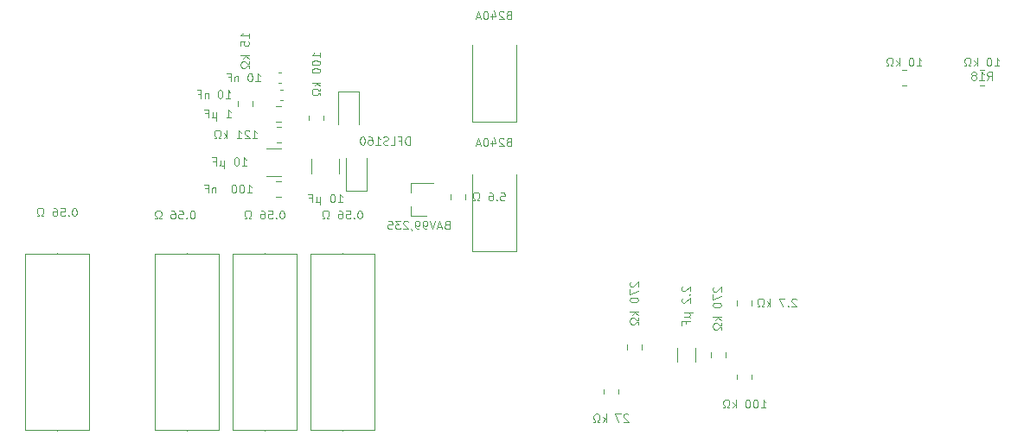
<source format=gbr>
%TF.GenerationSoftware,KiCad,Pcbnew,(5.1.9)-1*%
%TF.CreationDate,2022-12-04T20:34:53-06:00*%
%TF.ProjectId,Battery_Charger_V1,42617474-6572-4795-9f43-686172676572,rev?*%
%TF.SameCoordinates,Original*%
%TF.FileFunction,Legend,Bot*%
%TF.FilePolarity,Positive*%
%FSLAX46Y46*%
G04 Gerber Fmt 4.6, Leading zero omitted, Abs format (unit mm)*
G04 Created by KiCad (PCBNEW (5.1.9)-1) date 2022-12-04 20:34:53*
%MOMM*%
%LPD*%
G01*
G04 APERTURE LIST*
%ADD10C,0.120000*%
%ADD11C,0.100000*%
G04 APERTURE END LIST*
D10*
%TO.C,C1*%
X115462267Y-96645000D02*
X115169733Y-96645000D01*
X115462267Y-97665000D02*
X115169733Y-97665000D01*
%TO.C,C2*%
X115335267Y-94994000D02*
X115042733Y-94994000D01*
X115335267Y-96014000D02*
X115042733Y-96014000D01*
%TO.C,C4*%
X115323252Y-105691000D02*
X114800748Y-105691000D01*
X115323252Y-107161000D02*
X114800748Y-107161000D01*
%TO.C,C8*%
X115323252Y-98325000D02*
X114800748Y-98325000D01*
X115323252Y-99795000D02*
X114800748Y-99795000D01*
%TO.C,C16*%
X154030000Y-121970748D02*
X154030000Y-123393252D01*
X155850000Y-121970748D02*
X155850000Y-123393252D01*
%TO.C,C20*%
X113842748Y-102399000D02*
X115265252Y-102399000D01*
X113842748Y-105119000D02*
X115265252Y-105119000D01*
%TO.C,C21*%
X118274000Y-103467248D02*
X118274000Y-104889752D01*
X120994000Y-103467248D02*
X120994000Y-104889752D01*
%TO.C,D3*%
X122920000Y-96860000D02*
X120920000Y-96860000D01*
X122920000Y-96860000D02*
X122920000Y-100060000D01*
X120920000Y-100060000D02*
X120920000Y-96860000D01*
%TO.C,D4*%
X123682000Y-103394000D02*
X123682000Y-106594000D01*
X121682000Y-106594000D02*
X121682000Y-103394000D01*
X121682000Y-106594000D02*
X123682000Y-106594000D01*
%TO.C,D5*%
X138294000Y-99846000D02*
X138294000Y-92296000D01*
X133994000Y-99846000D02*
X133994000Y-92296000D01*
X138294000Y-99846000D02*
X133994000Y-99846000D01*
%TO.C,D7*%
X138294000Y-112546000D02*
X133994000Y-112546000D01*
X133994000Y-112546000D02*
X133994000Y-104996000D01*
X138294000Y-112546000D02*
X138294000Y-104996000D01*
%TO.C,D9*%
X128018000Y-109022000D02*
X128018000Y-108092000D01*
X128018000Y-105862000D02*
X128018000Y-106792000D01*
X128018000Y-105862000D02*
X130178000Y-105862000D01*
X128018000Y-109022000D02*
X129478000Y-109022000D01*
%TO.C,R7*%
X131853000Y-107399064D02*
X131853000Y-106944936D01*
X133323000Y-107399064D02*
X133323000Y-106944936D01*
%TO.C,R16*%
X161390000Y-117374936D02*
X161390000Y-117829064D01*
X159920000Y-117374936D02*
X159920000Y-117829064D01*
%TO.C,R17*%
X176503064Y-96239000D02*
X176048936Y-96239000D01*
X176503064Y-94769000D02*
X176048936Y-94769000D01*
%TO.C,R18*%
X183668936Y-96239000D02*
X184123064Y-96239000D01*
X183668936Y-94769000D02*
X184123064Y-94769000D01*
%TO.C,R19*%
X112495000Y-98271064D02*
X112495000Y-97816936D01*
X111025000Y-98271064D02*
X111025000Y-97816936D01*
%TO.C,R28*%
X148309000Y-126026936D02*
X148309000Y-126481064D01*
X146839000Y-126026936D02*
X146839000Y-126481064D01*
%TO.C,R32*%
X119480000Y-99229936D02*
X119480000Y-99684064D01*
X118010000Y-99229936D02*
X118010000Y-99684064D01*
%TO.C,R33*%
X159920000Y-124629936D02*
X159920000Y-125084064D01*
X161390000Y-124629936D02*
X161390000Y-125084064D01*
%TO.C,R34*%
X114834936Y-101827000D02*
X115289064Y-101827000D01*
X114834936Y-100357000D02*
X115289064Y-100357000D01*
%TO.C,R35*%
X150595000Y-122147064D02*
X150595000Y-121692936D01*
X149125000Y-122147064D02*
X149125000Y-121692936D01*
%TO.C,R36*%
X158850000Y-122454936D02*
X158850000Y-122909064D01*
X157380000Y-122454936D02*
X157380000Y-122909064D01*
%TO.C,R3*%
X124405000Y-130032000D02*
X118165000Y-130032000D01*
X118165000Y-130032000D02*
X118165000Y-112792000D01*
X118165000Y-112792000D02*
X124405000Y-112792000D01*
X124405000Y-112792000D02*
X124405000Y-130032000D01*
X121285000Y-130132000D02*
X121285000Y-130032000D01*
X121285000Y-112692000D02*
X121285000Y-112792000D01*
%TO.C,R4*%
X116785000Y-130032000D02*
X110545000Y-130032000D01*
X110545000Y-130032000D02*
X110545000Y-112792000D01*
X110545000Y-112792000D02*
X116785000Y-112792000D01*
X116785000Y-112792000D02*
X116785000Y-130032000D01*
X113665000Y-130132000D02*
X113665000Y-130032000D01*
X113665000Y-112692000D02*
X113665000Y-112792000D01*
%TO.C,R5*%
X106045000Y-112692000D02*
X106045000Y-112792000D01*
X106045000Y-130132000D02*
X106045000Y-130032000D01*
X109165000Y-112792000D02*
X109165000Y-130032000D01*
X102925000Y-112792000D02*
X109165000Y-112792000D01*
X102925000Y-130032000D02*
X102925000Y-112792000D01*
X109165000Y-130032000D02*
X102925000Y-130032000D01*
%TO.C,R6*%
X93345000Y-112692000D02*
X93345000Y-112792000D01*
X93345000Y-130132000D02*
X93345000Y-130032000D01*
X96465000Y-112792000D02*
X96465000Y-130032000D01*
X90225000Y-112792000D02*
X96465000Y-112792000D01*
X90225000Y-130032000D02*
X90225000Y-112792000D01*
X96465000Y-130032000D02*
X90225000Y-130032000D01*
%TO.C,C1*%
D11*
X109873904Y-97516904D02*
X110331047Y-97516904D01*
X110102476Y-97516904D02*
X110102476Y-96716904D01*
X110178666Y-96831190D01*
X110254857Y-96907380D01*
X110331047Y-96945476D01*
X109378666Y-96716904D02*
X109302476Y-96716904D01*
X109226285Y-96755000D01*
X109188190Y-96793095D01*
X109150095Y-96869285D01*
X109112000Y-97021666D01*
X109112000Y-97212142D01*
X109150095Y-97364523D01*
X109188190Y-97440714D01*
X109226285Y-97478809D01*
X109302476Y-97516904D01*
X109378666Y-97516904D01*
X109454857Y-97478809D01*
X109492952Y-97440714D01*
X109531047Y-97364523D01*
X109569142Y-97212142D01*
X109569142Y-97021666D01*
X109531047Y-96869285D01*
X109492952Y-96793095D01*
X109454857Y-96755000D01*
X109378666Y-96716904D01*
X108159619Y-96983571D02*
X108159619Y-97516904D01*
X108159619Y-97059761D02*
X108121523Y-97021666D01*
X108045333Y-96983571D01*
X107931047Y-96983571D01*
X107854857Y-97021666D01*
X107816761Y-97097857D01*
X107816761Y-97516904D01*
X107169142Y-97097857D02*
X107435809Y-97097857D01*
X107435809Y-97516904D02*
X107435809Y-96716904D01*
X107054857Y-96716904D01*
%TO.C,C2*%
X112794904Y-95865904D02*
X113252047Y-95865904D01*
X113023476Y-95865904D02*
X113023476Y-95065904D01*
X113099666Y-95180190D01*
X113175857Y-95256380D01*
X113252047Y-95294476D01*
X112299666Y-95065904D02*
X112223476Y-95065904D01*
X112147285Y-95104000D01*
X112109190Y-95142095D01*
X112071095Y-95218285D01*
X112033000Y-95370666D01*
X112033000Y-95561142D01*
X112071095Y-95713523D01*
X112109190Y-95789714D01*
X112147285Y-95827809D01*
X112223476Y-95865904D01*
X112299666Y-95865904D01*
X112375857Y-95827809D01*
X112413952Y-95789714D01*
X112452047Y-95713523D01*
X112490142Y-95561142D01*
X112490142Y-95370666D01*
X112452047Y-95218285D01*
X112413952Y-95142095D01*
X112375857Y-95104000D01*
X112299666Y-95065904D01*
X111080619Y-95332571D02*
X111080619Y-95865904D01*
X111080619Y-95408761D02*
X111042523Y-95370666D01*
X110966333Y-95332571D01*
X110852047Y-95332571D01*
X110775857Y-95370666D01*
X110737761Y-95446857D01*
X110737761Y-95865904D01*
X110090142Y-95446857D02*
X110356809Y-95446857D01*
X110356809Y-95865904D02*
X110356809Y-95065904D01*
X109975857Y-95065904D01*
%TO.C,C4*%
X111956619Y-106787904D02*
X112413761Y-106787904D01*
X112185190Y-106787904D02*
X112185190Y-105987904D01*
X112261380Y-106102190D01*
X112337571Y-106178380D01*
X112413761Y-106216476D01*
X111461380Y-105987904D02*
X111385190Y-105987904D01*
X111309000Y-106026000D01*
X111270904Y-106064095D01*
X111232809Y-106140285D01*
X111194714Y-106292666D01*
X111194714Y-106483142D01*
X111232809Y-106635523D01*
X111270904Y-106711714D01*
X111309000Y-106749809D01*
X111385190Y-106787904D01*
X111461380Y-106787904D01*
X111537571Y-106749809D01*
X111575666Y-106711714D01*
X111613761Y-106635523D01*
X111651857Y-106483142D01*
X111651857Y-106292666D01*
X111613761Y-106140285D01*
X111575666Y-106064095D01*
X111537571Y-106026000D01*
X111461380Y-105987904D01*
X110699476Y-105987904D02*
X110623285Y-105987904D01*
X110547095Y-106026000D01*
X110509000Y-106064095D01*
X110470904Y-106140285D01*
X110432809Y-106292666D01*
X110432809Y-106483142D01*
X110470904Y-106635523D01*
X110509000Y-106711714D01*
X110547095Y-106749809D01*
X110623285Y-106787904D01*
X110699476Y-106787904D01*
X110775666Y-106749809D01*
X110813761Y-106711714D01*
X110851857Y-106635523D01*
X110889952Y-106483142D01*
X110889952Y-106292666D01*
X110851857Y-106140285D01*
X110813761Y-106064095D01*
X110775666Y-106026000D01*
X110699476Y-105987904D01*
X108870904Y-106254571D02*
X108870904Y-106787904D01*
X108870904Y-106330761D02*
X108832809Y-106292666D01*
X108756619Y-106254571D01*
X108642333Y-106254571D01*
X108566142Y-106292666D01*
X108528047Y-106368857D01*
X108528047Y-106787904D01*
X107880428Y-106368857D02*
X108147095Y-106368857D01*
X108147095Y-106787904D02*
X108147095Y-105987904D01*
X107766142Y-105987904D01*
%TO.C,C8*%
X109931095Y-99421904D02*
X110388238Y-99421904D01*
X110159666Y-99421904D02*
X110159666Y-98621904D01*
X110235857Y-98736190D01*
X110312047Y-98812380D01*
X110388238Y-98850476D01*
X108978714Y-98888571D02*
X108978714Y-99688571D01*
X108597761Y-99307619D02*
X108559666Y-99383809D01*
X108483476Y-99421904D01*
X108978714Y-99307619D02*
X108940619Y-99383809D01*
X108864428Y-99421904D01*
X108712047Y-99421904D01*
X108635857Y-99383809D01*
X108597761Y-99307619D01*
X108597761Y-98888571D01*
X107873952Y-99002857D02*
X108140619Y-99002857D01*
X108140619Y-99421904D02*
X108140619Y-98621904D01*
X107759666Y-98621904D01*
%TO.C,C16*%
X154578095Y-115989333D02*
X154540000Y-116027428D01*
X154501904Y-116103619D01*
X154501904Y-116294095D01*
X154540000Y-116370285D01*
X154578095Y-116408380D01*
X154654285Y-116446476D01*
X154730476Y-116446476D01*
X154844761Y-116408380D01*
X155301904Y-115951238D01*
X155301904Y-116446476D01*
X155225714Y-116789333D02*
X155263809Y-116827428D01*
X155301904Y-116789333D01*
X155263809Y-116751238D01*
X155225714Y-116789333D01*
X155301904Y-116789333D01*
X154578095Y-117132190D02*
X154540000Y-117170285D01*
X154501904Y-117246476D01*
X154501904Y-117436952D01*
X154540000Y-117513142D01*
X154578095Y-117551238D01*
X154654285Y-117589333D01*
X154730476Y-117589333D01*
X154844761Y-117551238D01*
X155301904Y-117094095D01*
X155301904Y-117589333D01*
X154768571Y-118541714D02*
X155568571Y-118541714D01*
X155187619Y-118922666D02*
X155263809Y-118960761D01*
X155301904Y-119036952D01*
X155187619Y-118541714D02*
X155263809Y-118579809D01*
X155301904Y-118656000D01*
X155301904Y-118808380D01*
X155263809Y-118884571D01*
X155187619Y-118922666D01*
X154768571Y-118922666D01*
X154882857Y-119646476D02*
X154882857Y-119379809D01*
X155301904Y-119379809D02*
X154501904Y-119379809D01*
X154501904Y-119760761D01*
%TO.C,C20*%
X111455047Y-104120904D02*
X111912190Y-104120904D01*
X111683619Y-104120904D02*
X111683619Y-103320904D01*
X111759809Y-103435190D01*
X111836000Y-103511380D01*
X111912190Y-103549476D01*
X110959809Y-103320904D02*
X110883619Y-103320904D01*
X110807428Y-103359000D01*
X110769333Y-103397095D01*
X110731238Y-103473285D01*
X110693142Y-103625666D01*
X110693142Y-103816142D01*
X110731238Y-103968523D01*
X110769333Y-104044714D01*
X110807428Y-104082809D01*
X110883619Y-104120904D01*
X110959809Y-104120904D01*
X111036000Y-104082809D01*
X111074095Y-104044714D01*
X111112190Y-103968523D01*
X111150285Y-103816142D01*
X111150285Y-103625666D01*
X111112190Y-103473285D01*
X111074095Y-103397095D01*
X111036000Y-103359000D01*
X110959809Y-103320904D01*
X109740761Y-103587571D02*
X109740761Y-104387571D01*
X109359809Y-104006619D02*
X109321714Y-104082809D01*
X109245523Y-104120904D01*
X109740761Y-104006619D02*
X109702666Y-104082809D01*
X109626476Y-104120904D01*
X109474095Y-104120904D01*
X109397904Y-104082809D01*
X109359809Y-104006619D01*
X109359809Y-103587571D01*
X108636000Y-103701857D02*
X108902666Y-103701857D01*
X108902666Y-104120904D02*
X108902666Y-103320904D01*
X108521714Y-103320904D01*
%TO.C,C21*%
X120853047Y-107715404D02*
X121310190Y-107715404D01*
X121081619Y-107715404D02*
X121081619Y-106915404D01*
X121157809Y-107029690D01*
X121234000Y-107105880D01*
X121310190Y-107143976D01*
X120357809Y-106915404D02*
X120281619Y-106915404D01*
X120205428Y-106953500D01*
X120167333Y-106991595D01*
X120129238Y-107067785D01*
X120091142Y-107220166D01*
X120091142Y-107410642D01*
X120129238Y-107563023D01*
X120167333Y-107639214D01*
X120205428Y-107677309D01*
X120281619Y-107715404D01*
X120357809Y-107715404D01*
X120434000Y-107677309D01*
X120472095Y-107639214D01*
X120510190Y-107563023D01*
X120548285Y-107410642D01*
X120548285Y-107220166D01*
X120510190Y-107067785D01*
X120472095Y-106991595D01*
X120434000Y-106953500D01*
X120357809Y-106915404D01*
X119138761Y-107182071D02*
X119138761Y-107982071D01*
X118757809Y-107601119D02*
X118719714Y-107677309D01*
X118643523Y-107715404D01*
X119138761Y-107601119D02*
X119100666Y-107677309D01*
X119024476Y-107715404D01*
X118872095Y-107715404D01*
X118795904Y-107677309D01*
X118757809Y-107601119D01*
X118757809Y-107182071D01*
X118034000Y-107296357D02*
X118300666Y-107296357D01*
X118300666Y-107715404D02*
X118300666Y-106915404D01*
X117919714Y-106915404D01*
%TO.C,D3*%
X127876000Y-102088904D02*
X127876000Y-101288904D01*
X127685523Y-101288904D01*
X127571238Y-101327000D01*
X127495047Y-101403190D01*
X127456952Y-101479380D01*
X127418857Y-101631761D01*
X127418857Y-101746047D01*
X127456952Y-101898428D01*
X127495047Y-101974619D01*
X127571238Y-102050809D01*
X127685523Y-102088904D01*
X127876000Y-102088904D01*
X126809333Y-101669857D02*
X127076000Y-101669857D01*
X127076000Y-102088904D02*
X127076000Y-101288904D01*
X126695047Y-101288904D01*
X126009333Y-102088904D02*
X126390285Y-102088904D01*
X126390285Y-101288904D01*
X125780761Y-102050809D02*
X125666476Y-102088904D01*
X125476000Y-102088904D01*
X125399809Y-102050809D01*
X125361714Y-102012714D01*
X125323619Y-101936523D01*
X125323619Y-101860333D01*
X125361714Y-101784142D01*
X125399809Y-101746047D01*
X125476000Y-101707952D01*
X125628380Y-101669857D01*
X125704571Y-101631761D01*
X125742666Y-101593666D01*
X125780761Y-101517476D01*
X125780761Y-101441285D01*
X125742666Y-101365095D01*
X125704571Y-101327000D01*
X125628380Y-101288904D01*
X125437904Y-101288904D01*
X125323619Y-101327000D01*
X124561714Y-102088904D02*
X125018857Y-102088904D01*
X124790285Y-102088904D02*
X124790285Y-101288904D01*
X124866476Y-101403190D01*
X124942666Y-101479380D01*
X125018857Y-101517476D01*
X123876000Y-101288904D02*
X124028380Y-101288904D01*
X124104571Y-101327000D01*
X124142666Y-101365095D01*
X124218857Y-101479380D01*
X124256952Y-101631761D01*
X124256952Y-101936523D01*
X124218857Y-102012714D01*
X124180761Y-102050809D01*
X124104571Y-102088904D01*
X123952190Y-102088904D01*
X123876000Y-102050809D01*
X123837904Y-102012714D01*
X123799809Y-101936523D01*
X123799809Y-101746047D01*
X123837904Y-101669857D01*
X123876000Y-101631761D01*
X123952190Y-101593666D01*
X124104571Y-101593666D01*
X124180761Y-101631761D01*
X124218857Y-101669857D01*
X124256952Y-101746047D01*
X123304571Y-101288904D02*
X123228380Y-101288904D01*
X123152190Y-101327000D01*
X123114095Y-101365095D01*
X123076000Y-101441285D01*
X123037904Y-101593666D01*
X123037904Y-101784142D01*
X123076000Y-101936523D01*
X123114095Y-102012714D01*
X123152190Y-102050809D01*
X123228380Y-102088904D01*
X123304571Y-102088904D01*
X123380761Y-102050809D01*
X123418857Y-102012714D01*
X123456952Y-101936523D01*
X123495047Y-101784142D01*
X123495047Y-101593666D01*
X123456952Y-101441285D01*
X123418857Y-101365095D01*
X123380761Y-101327000D01*
X123304571Y-101288904D01*
%TO.C,D4*%
X127876000Y-102088904D02*
X127876000Y-101288904D01*
X127685523Y-101288904D01*
X127571238Y-101327000D01*
X127495047Y-101403190D01*
X127456952Y-101479380D01*
X127418857Y-101631761D01*
X127418857Y-101746047D01*
X127456952Y-101898428D01*
X127495047Y-101974619D01*
X127571238Y-102050809D01*
X127685523Y-102088904D01*
X127876000Y-102088904D01*
X126809333Y-101669857D02*
X127076000Y-101669857D01*
X127076000Y-102088904D02*
X127076000Y-101288904D01*
X126695047Y-101288904D01*
X126009333Y-102088904D02*
X126390285Y-102088904D01*
X126390285Y-101288904D01*
X125780761Y-102050809D02*
X125666476Y-102088904D01*
X125476000Y-102088904D01*
X125399809Y-102050809D01*
X125361714Y-102012714D01*
X125323619Y-101936523D01*
X125323619Y-101860333D01*
X125361714Y-101784142D01*
X125399809Y-101746047D01*
X125476000Y-101707952D01*
X125628380Y-101669857D01*
X125704571Y-101631761D01*
X125742666Y-101593666D01*
X125780761Y-101517476D01*
X125780761Y-101441285D01*
X125742666Y-101365095D01*
X125704571Y-101327000D01*
X125628380Y-101288904D01*
X125437904Y-101288904D01*
X125323619Y-101327000D01*
X124561714Y-102088904D02*
X125018857Y-102088904D01*
X124790285Y-102088904D02*
X124790285Y-101288904D01*
X124866476Y-101403190D01*
X124942666Y-101479380D01*
X125018857Y-101517476D01*
X123876000Y-101288904D02*
X124028380Y-101288904D01*
X124104571Y-101327000D01*
X124142666Y-101365095D01*
X124218857Y-101479380D01*
X124256952Y-101631761D01*
X124256952Y-101936523D01*
X124218857Y-102012714D01*
X124180761Y-102050809D01*
X124104571Y-102088904D01*
X123952190Y-102088904D01*
X123876000Y-102050809D01*
X123837904Y-102012714D01*
X123799809Y-101936523D01*
X123799809Y-101746047D01*
X123837904Y-101669857D01*
X123876000Y-101631761D01*
X123952190Y-101593666D01*
X124104571Y-101593666D01*
X124180761Y-101631761D01*
X124218857Y-101669857D01*
X124256952Y-101746047D01*
X123304571Y-101288904D02*
X123228380Y-101288904D01*
X123152190Y-101327000D01*
X123114095Y-101365095D01*
X123076000Y-101441285D01*
X123037904Y-101593666D01*
X123037904Y-101784142D01*
X123076000Y-101936523D01*
X123114095Y-102012714D01*
X123152190Y-102050809D01*
X123228380Y-102088904D01*
X123304571Y-102088904D01*
X123380761Y-102050809D01*
X123418857Y-102012714D01*
X123456952Y-101936523D01*
X123495047Y-101784142D01*
X123495047Y-101593666D01*
X123456952Y-101441285D01*
X123418857Y-101365095D01*
X123380761Y-101327000D01*
X123304571Y-101288904D01*
%TO.C,D5*%
X137572571Y-89350857D02*
X137458285Y-89388952D01*
X137420190Y-89427047D01*
X137382095Y-89503238D01*
X137382095Y-89617523D01*
X137420190Y-89693714D01*
X137458285Y-89731809D01*
X137534476Y-89769904D01*
X137839238Y-89769904D01*
X137839238Y-88969904D01*
X137572571Y-88969904D01*
X137496380Y-89008000D01*
X137458285Y-89046095D01*
X137420190Y-89122285D01*
X137420190Y-89198476D01*
X137458285Y-89274666D01*
X137496380Y-89312761D01*
X137572571Y-89350857D01*
X137839238Y-89350857D01*
X137077333Y-89046095D02*
X137039238Y-89008000D01*
X136963047Y-88969904D01*
X136772571Y-88969904D01*
X136696380Y-89008000D01*
X136658285Y-89046095D01*
X136620190Y-89122285D01*
X136620190Y-89198476D01*
X136658285Y-89312761D01*
X137115428Y-89769904D01*
X136620190Y-89769904D01*
X135934476Y-89236571D02*
X135934476Y-89769904D01*
X136124952Y-88931809D02*
X136315428Y-89503238D01*
X135820190Y-89503238D01*
X135363047Y-88969904D02*
X135286857Y-88969904D01*
X135210666Y-89008000D01*
X135172571Y-89046095D01*
X135134476Y-89122285D01*
X135096380Y-89274666D01*
X135096380Y-89465142D01*
X135134476Y-89617523D01*
X135172571Y-89693714D01*
X135210666Y-89731809D01*
X135286857Y-89769904D01*
X135363047Y-89769904D01*
X135439238Y-89731809D01*
X135477333Y-89693714D01*
X135515428Y-89617523D01*
X135553523Y-89465142D01*
X135553523Y-89274666D01*
X135515428Y-89122285D01*
X135477333Y-89046095D01*
X135439238Y-89008000D01*
X135363047Y-88969904D01*
X134791619Y-89541333D02*
X134410666Y-89541333D01*
X134867809Y-89769904D02*
X134601142Y-88969904D01*
X134334476Y-89769904D01*
%TO.C,D7*%
X137572571Y-101796857D02*
X137458285Y-101834952D01*
X137420190Y-101873047D01*
X137382095Y-101949238D01*
X137382095Y-102063523D01*
X137420190Y-102139714D01*
X137458285Y-102177809D01*
X137534476Y-102215904D01*
X137839238Y-102215904D01*
X137839238Y-101415904D01*
X137572571Y-101415904D01*
X137496380Y-101454000D01*
X137458285Y-101492095D01*
X137420190Y-101568285D01*
X137420190Y-101644476D01*
X137458285Y-101720666D01*
X137496380Y-101758761D01*
X137572571Y-101796857D01*
X137839238Y-101796857D01*
X137077333Y-101492095D02*
X137039238Y-101454000D01*
X136963047Y-101415904D01*
X136772571Y-101415904D01*
X136696380Y-101454000D01*
X136658285Y-101492095D01*
X136620190Y-101568285D01*
X136620190Y-101644476D01*
X136658285Y-101758761D01*
X137115428Y-102215904D01*
X136620190Y-102215904D01*
X135934476Y-101682571D02*
X135934476Y-102215904D01*
X136124952Y-101377809D02*
X136315428Y-101949238D01*
X135820190Y-101949238D01*
X135363047Y-101415904D02*
X135286857Y-101415904D01*
X135210666Y-101454000D01*
X135172571Y-101492095D01*
X135134476Y-101568285D01*
X135096380Y-101720666D01*
X135096380Y-101911142D01*
X135134476Y-102063523D01*
X135172571Y-102139714D01*
X135210666Y-102177809D01*
X135286857Y-102215904D01*
X135363047Y-102215904D01*
X135439238Y-102177809D01*
X135477333Y-102139714D01*
X135515428Y-102063523D01*
X135553523Y-101911142D01*
X135553523Y-101720666D01*
X135515428Y-101568285D01*
X135477333Y-101492095D01*
X135439238Y-101454000D01*
X135363047Y-101415904D01*
X134791619Y-101987333D02*
X134410666Y-101987333D01*
X134867809Y-102215904D02*
X134601142Y-101415904D01*
X134334476Y-102215904D01*
%TO.C,D9*%
X131501809Y-109924857D02*
X131387523Y-109962952D01*
X131349428Y-110001047D01*
X131311333Y-110077238D01*
X131311333Y-110191523D01*
X131349428Y-110267714D01*
X131387523Y-110305809D01*
X131463714Y-110343904D01*
X131768476Y-110343904D01*
X131768476Y-109543904D01*
X131501809Y-109543904D01*
X131425619Y-109582000D01*
X131387523Y-109620095D01*
X131349428Y-109696285D01*
X131349428Y-109772476D01*
X131387523Y-109848666D01*
X131425619Y-109886761D01*
X131501809Y-109924857D01*
X131768476Y-109924857D01*
X131006571Y-110115333D02*
X130625619Y-110115333D01*
X131082761Y-110343904D02*
X130816095Y-109543904D01*
X130549428Y-110343904D01*
X130397047Y-109543904D02*
X130130380Y-110343904D01*
X129863714Y-109543904D01*
X129558952Y-110343904D02*
X129406571Y-110343904D01*
X129330380Y-110305809D01*
X129292285Y-110267714D01*
X129216095Y-110153428D01*
X129178000Y-110001047D01*
X129178000Y-109696285D01*
X129216095Y-109620095D01*
X129254190Y-109582000D01*
X129330380Y-109543904D01*
X129482761Y-109543904D01*
X129558952Y-109582000D01*
X129597047Y-109620095D01*
X129635142Y-109696285D01*
X129635142Y-109886761D01*
X129597047Y-109962952D01*
X129558952Y-110001047D01*
X129482761Y-110039142D01*
X129330380Y-110039142D01*
X129254190Y-110001047D01*
X129216095Y-109962952D01*
X129178000Y-109886761D01*
X128797047Y-110343904D02*
X128644666Y-110343904D01*
X128568476Y-110305809D01*
X128530380Y-110267714D01*
X128454190Y-110153428D01*
X128416095Y-110001047D01*
X128416095Y-109696285D01*
X128454190Y-109620095D01*
X128492285Y-109582000D01*
X128568476Y-109543904D01*
X128720857Y-109543904D01*
X128797047Y-109582000D01*
X128835142Y-109620095D01*
X128873238Y-109696285D01*
X128873238Y-109886761D01*
X128835142Y-109962952D01*
X128797047Y-110001047D01*
X128720857Y-110039142D01*
X128568476Y-110039142D01*
X128492285Y-110001047D01*
X128454190Y-109962952D01*
X128416095Y-109886761D01*
X128035142Y-110305809D02*
X128035142Y-110343904D01*
X128073238Y-110420095D01*
X128111333Y-110458190D01*
X127730380Y-109620095D02*
X127692285Y-109582000D01*
X127616095Y-109543904D01*
X127425619Y-109543904D01*
X127349428Y-109582000D01*
X127311333Y-109620095D01*
X127273238Y-109696285D01*
X127273238Y-109772476D01*
X127311333Y-109886761D01*
X127768476Y-110343904D01*
X127273238Y-110343904D01*
X127006571Y-109543904D02*
X126511333Y-109543904D01*
X126778000Y-109848666D01*
X126663714Y-109848666D01*
X126587523Y-109886761D01*
X126549428Y-109924857D01*
X126511333Y-110001047D01*
X126511333Y-110191523D01*
X126549428Y-110267714D01*
X126587523Y-110305809D01*
X126663714Y-110343904D01*
X126892285Y-110343904D01*
X126968476Y-110305809D01*
X127006571Y-110267714D01*
X125787523Y-109543904D02*
X126168476Y-109543904D01*
X126206571Y-109924857D01*
X126168476Y-109886761D01*
X126092285Y-109848666D01*
X125901809Y-109848666D01*
X125825619Y-109886761D01*
X125787523Y-109924857D01*
X125749428Y-110001047D01*
X125749428Y-110191523D01*
X125787523Y-110267714D01*
X125825619Y-110305809D01*
X125901809Y-110343904D01*
X126092285Y-110343904D01*
X126168476Y-110305809D01*
X126206571Y-110267714D01*
%TO.C,R7*%
X136778857Y-106749904D02*
X137159809Y-106749904D01*
X137197904Y-107130857D01*
X137159809Y-107092761D01*
X137083619Y-107054666D01*
X136893142Y-107054666D01*
X136816952Y-107092761D01*
X136778857Y-107130857D01*
X136740761Y-107207047D01*
X136740761Y-107397523D01*
X136778857Y-107473714D01*
X136816952Y-107511809D01*
X136893142Y-107549904D01*
X137083619Y-107549904D01*
X137159809Y-107511809D01*
X137197904Y-107473714D01*
X136397904Y-107473714D02*
X136359809Y-107511809D01*
X136397904Y-107549904D01*
X136436000Y-107511809D01*
X136397904Y-107473714D01*
X136397904Y-107549904D01*
X135674095Y-106749904D02*
X135826476Y-106749904D01*
X135902666Y-106788000D01*
X135940761Y-106826095D01*
X136016952Y-106940380D01*
X136055047Y-107092761D01*
X136055047Y-107397523D01*
X136016952Y-107473714D01*
X135978857Y-107511809D01*
X135902666Y-107549904D01*
X135750285Y-107549904D01*
X135674095Y-107511809D01*
X135636000Y-107473714D01*
X135597904Y-107397523D01*
X135597904Y-107207047D01*
X135636000Y-107130857D01*
X135674095Y-107092761D01*
X135750285Y-107054666D01*
X135902666Y-107054666D01*
X135978857Y-107092761D01*
X136016952Y-107130857D01*
X136055047Y-107207047D01*
X134683619Y-107549904D02*
X134493142Y-107549904D01*
X134493142Y-107397523D01*
X134569333Y-107359428D01*
X134645523Y-107283238D01*
X134683619Y-107168952D01*
X134683619Y-106978476D01*
X134645523Y-106864190D01*
X134569333Y-106788000D01*
X134455047Y-106749904D01*
X134302666Y-106749904D01*
X134188380Y-106788000D01*
X134112190Y-106864190D01*
X134074095Y-106978476D01*
X134074095Y-107168952D01*
X134112190Y-107283238D01*
X134188380Y-107359428D01*
X134264571Y-107397523D01*
X134264571Y-107549904D01*
X134074095Y-107549904D01*
%TO.C,R16*%
X165715714Y-117240095D02*
X165677619Y-117202000D01*
X165601428Y-117163904D01*
X165410952Y-117163904D01*
X165334761Y-117202000D01*
X165296666Y-117240095D01*
X165258571Y-117316285D01*
X165258571Y-117392476D01*
X165296666Y-117506761D01*
X165753809Y-117963904D01*
X165258571Y-117963904D01*
X164915714Y-117887714D02*
X164877619Y-117925809D01*
X164915714Y-117963904D01*
X164953809Y-117925809D01*
X164915714Y-117887714D01*
X164915714Y-117963904D01*
X164610952Y-117163904D02*
X164077619Y-117163904D01*
X164420476Y-117963904D01*
X163163333Y-117963904D02*
X163163333Y-117163904D01*
X163087142Y-117659142D02*
X162858571Y-117963904D01*
X162858571Y-117430571D02*
X163163333Y-117735333D01*
X162553809Y-117963904D02*
X162363333Y-117963904D01*
X162363333Y-117811523D01*
X162439523Y-117773428D01*
X162515714Y-117697238D01*
X162553809Y-117582952D01*
X162553809Y-117392476D01*
X162515714Y-117278190D01*
X162439523Y-117202000D01*
X162325238Y-117163904D01*
X162172857Y-117163904D01*
X162058571Y-117202000D01*
X161982380Y-117278190D01*
X161944285Y-117392476D01*
X161944285Y-117582952D01*
X161982380Y-117697238D01*
X162058571Y-117773428D01*
X162134761Y-117811523D01*
X162134761Y-117963904D01*
X161944285Y-117963904D01*
%TO.C,R17*%
X177514095Y-94341904D02*
X177971238Y-94341904D01*
X177742666Y-94341904D02*
X177742666Y-93541904D01*
X177818857Y-93656190D01*
X177895047Y-93732380D01*
X177971238Y-93770476D01*
X177018857Y-93541904D02*
X176942666Y-93541904D01*
X176866476Y-93580000D01*
X176828380Y-93618095D01*
X176790285Y-93694285D01*
X176752190Y-93846666D01*
X176752190Y-94037142D01*
X176790285Y-94189523D01*
X176828380Y-94265714D01*
X176866476Y-94303809D01*
X176942666Y-94341904D01*
X177018857Y-94341904D01*
X177095047Y-94303809D01*
X177133142Y-94265714D01*
X177171238Y-94189523D01*
X177209333Y-94037142D01*
X177209333Y-93846666D01*
X177171238Y-93694285D01*
X177133142Y-93618095D01*
X177095047Y-93580000D01*
X177018857Y-93541904D01*
X175799809Y-94341904D02*
X175799809Y-93541904D01*
X175723619Y-94037142D02*
X175495047Y-94341904D01*
X175495047Y-93808571D02*
X175799809Y-94113333D01*
X175190285Y-94341904D02*
X174999809Y-94341904D01*
X174999809Y-94189523D01*
X175076000Y-94151428D01*
X175152190Y-94075238D01*
X175190285Y-93960952D01*
X175190285Y-93770476D01*
X175152190Y-93656190D01*
X175076000Y-93580000D01*
X174961714Y-93541904D01*
X174809333Y-93541904D01*
X174695047Y-93580000D01*
X174618857Y-93656190D01*
X174580761Y-93770476D01*
X174580761Y-93960952D01*
X174618857Y-94075238D01*
X174695047Y-94151428D01*
X174771238Y-94189523D01*
X174771238Y-94341904D01*
X174580761Y-94341904D01*
%TO.C,R18*%
X184410285Y-95738904D02*
X184676952Y-95357952D01*
X184867428Y-95738904D02*
X184867428Y-94938904D01*
X184562666Y-94938904D01*
X184486476Y-94977000D01*
X184448380Y-95015095D01*
X184410285Y-95091285D01*
X184410285Y-95205571D01*
X184448380Y-95281761D01*
X184486476Y-95319857D01*
X184562666Y-95357952D01*
X184867428Y-95357952D01*
X183648380Y-95738904D02*
X184105523Y-95738904D01*
X183876952Y-95738904D02*
X183876952Y-94938904D01*
X183953142Y-95053190D01*
X184029333Y-95129380D01*
X184105523Y-95167476D01*
X183191238Y-95281761D02*
X183267428Y-95243666D01*
X183305523Y-95205571D01*
X183343619Y-95129380D01*
X183343619Y-95091285D01*
X183305523Y-95015095D01*
X183267428Y-94977000D01*
X183191238Y-94938904D01*
X183038857Y-94938904D01*
X182962666Y-94977000D01*
X182924571Y-95015095D01*
X182886476Y-95091285D01*
X182886476Y-95129380D01*
X182924571Y-95205571D01*
X182962666Y-95243666D01*
X183038857Y-95281761D01*
X183191238Y-95281761D01*
X183267428Y-95319857D01*
X183305523Y-95357952D01*
X183343619Y-95434142D01*
X183343619Y-95586523D01*
X183305523Y-95662714D01*
X183267428Y-95700809D01*
X183191238Y-95738904D01*
X183038857Y-95738904D01*
X182962666Y-95700809D01*
X182924571Y-95662714D01*
X182886476Y-95586523D01*
X182886476Y-95434142D01*
X182924571Y-95357952D01*
X182962666Y-95319857D01*
X183038857Y-95281761D01*
X185134095Y-94341904D02*
X185591238Y-94341904D01*
X185362666Y-94341904D02*
X185362666Y-93541904D01*
X185438857Y-93656190D01*
X185515047Y-93732380D01*
X185591238Y-93770476D01*
X184638857Y-93541904D02*
X184562666Y-93541904D01*
X184486476Y-93580000D01*
X184448380Y-93618095D01*
X184410285Y-93694285D01*
X184372190Y-93846666D01*
X184372190Y-94037142D01*
X184410285Y-94189523D01*
X184448380Y-94265714D01*
X184486476Y-94303809D01*
X184562666Y-94341904D01*
X184638857Y-94341904D01*
X184715047Y-94303809D01*
X184753142Y-94265714D01*
X184791238Y-94189523D01*
X184829333Y-94037142D01*
X184829333Y-93846666D01*
X184791238Y-93694285D01*
X184753142Y-93618095D01*
X184715047Y-93580000D01*
X184638857Y-93541904D01*
X183419809Y-94341904D02*
X183419809Y-93541904D01*
X183343619Y-94037142D02*
X183115047Y-94341904D01*
X183115047Y-93808571D02*
X183419809Y-94113333D01*
X182810285Y-94341904D02*
X182619809Y-94341904D01*
X182619809Y-94189523D01*
X182696000Y-94151428D01*
X182772190Y-94075238D01*
X182810285Y-93960952D01*
X182810285Y-93770476D01*
X182772190Y-93656190D01*
X182696000Y-93580000D01*
X182581714Y-93541904D01*
X182429333Y-93541904D01*
X182315047Y-93580000D01*
X182238857Y-93656190D01*
X182200761Y-93770476D01*
X182200761Y-93960952D01*
X182238857Y-94075238D01*
X182315047Y-94151428D01*
X182391238Y-94189523D01*
X182391238Y-94341904D01*
X182200761Y-94341904D01*
%TO.C,R19*%
X112121904Y-91598904D02*
X112121904Y-91141761D01*
X112121904Y-91370333D02*
X111321904Y-91370333D01*
X111436190Y-91294142D01*
X111512380Y-91217952D01*
X111550476Y-91141761D01*
X111321904Y-92322714D02*
X111321904Y-91941761D01*
X111702857Y-91903666D01*
X111664761Y-91941761D01*
X111626666Y-92017952D01*
X111626666Y-92208428D01*
X111664761Y-92284619D01*
X111702857Y-92322714D01*
X111779047Y-92360809D01*
X111969523Y-92360809D01*
X112045714Y-92322714D01*
X112083809Y-92284619D01*
X112121904Y-92208428D01*
X112121904Y-92017952D01*
X112083809Y-91941761D01*
X112045714Y-91903666D01*
X112121904Y-93313190D02*
X111321904Y-93313190D01*
X111817142Y-93389380D02*
X112121904Y-93617952D01*
X111588571Y-93617952D02*
X111893333Y-93313190D01*
X112121904Y-93922714D02*
X112121904Y-94113190D01*
X111969523Y-94113190D01*
X111931428Y-94037000D01*
X111855238Y-93960809D01*
X111740952Y-93922714D01*
X111550476Y-93922714D01*
X111436190Y-93960809D01*
X111360000Y-94037000D01*
X111321904Y-94151285D01*
X111321904Y-94303666D01*
X111360000Y-94417952D01*
X111436190Y-94494142D01*
X111550476Y-94532238D01*
X111740952Y-94532238D01*
X111855238Y-94494142D01*
X111931428Y-94417952D01*
X111969523Y-94341761D01*
X112121904Y-94341761D01*
X112121904Y-94532238D01*
%TO.C,R28*%
X149269238Y-128543095D02*
X149231142Y-128505000D01*
X149154952Y-128466904D01*
X148964476Y-128466904D01*
X148888285Y-128505000D01*
X148850190Y-128543095D01*
X148812095Y-128619285D01*
X148812095Y-128695476D01*
X148850190Y-128809761D01*
X149307333Y-129266904D01*
X148812095Y-129266904D01*
X148545428Y-128466904D02*
X148012095Y-128466904D01*
X148354952Y-129266904D01*
X147097809Y-129266904D02*
X147097809Y-128466904D01*
X147021619Y-128962142D02*
X146793047Y-129266904D01*
X146793047Y-128733571D02*
X147097809Y-129038333D01*
X146488285Y-129266904D02*
X146297809Y-129266904D01*
X146297809Y-129114523D01*
X146374000Y-129076428D01*
X146450190Y-129000238D01*
X146488285Y-128885952D01*
X146488285Y-128695476D01*
X146450190Y-128581190D01*
X146374000Y-128505000D01*
X146259714Y-128466904D01*
X146107333Y-128466904D01*
X145993047Y-128505000D01*
X145916857Y-128581190D01*
X145878761Y-128695476D01*
X145878761Y-128885952D01*
X145916857Y-129000238D01*
X145993047Y-129076428D01*
X146069238Y-129114523D01*
X146069238Y-129266904D01*
X145878761Y-129266904D01*
%TO.C,R32*%
X119106904Y-93503952D02*
X119106904Y-93046809D01*
X119106904Y-93275380D02*
X118306904Y-93275380D01*
X118421190Y-93199190D01*
X118497380Y-93123000D01*
X118535476Y-93046809D01*
X118306904Y-93999190D02*
X118306904Y-94075380D01*
X118345000Y-94151571D01*
X118383095Y-94189666D01*
X118459285Y-94227761D01*
X118611666Y-94265857D01*
X118802142Y-94265857D01*
X118954523Y-94227761D01*
X119030714Y-94189666D01*
X119068809Y-94151571D01*
X119106904Y-94075380D01*
X119106904Y-93999190D01*
X119068809Y-93923000D01*
X119030714Y-93884904D01*
X118954523Y-93846809D01*
X118802142Y-93808714D01*
X118611666Y-93808714D01*
X118459285Y-93846809D01*
X118383095Y-93884904D01*
X118345000Y-93923000D01*
X118306904Y-93999190D01*
X118306904Y-94761095D02*
X118306904Y-94837285D01*
X118345000Y-94913476D01*
X118383095Y-94951571D01*
X118459285Y-94989666D01*
X118611666Y-95027761D01*
X118802142Y-95027761D01*
X118954523Y-94989666D01*
X119030714Y-94951571D01*
X119068809Y-94913476D01*
X119106904Y-94837285D01*
X119106904Y-94761095D01*
X119068809Y-94684904D01*
X119030714Y-94646809D01*
X118954523Y-94608714D01*
X118802142Y-94570619D01*
X118611666Y-94570619D01*
X118459285Y-94608714D01*
X118383095Y-94646809D01*
X118345000Y-94684904D01*
X118306904Y-94761095D01*
X119106904Y-95980142D02*
X118306904Y-95980142D01*
X118802142Y-96056333D02*
X119106904Y-96284904D01*
X118573571Y-96284904D02*
X118878333Y-95980142D01*
X119106904Y-96589666D02*
X119106904Y-96780142D01*
X118954523Y-96780142D01*
X118916428Y-96703952D01*
X118840238Y-96627761D01*
X118725952Y-96589666D01*
X118535476Y-96589666D01*
X118421190Y-96627761D01*
X118345000Y-96703952D01*
X118306904Y-96818238D01*
X118306904Y-96970619D01*
X118345000Y-97084904D01*
X118421190Y-97161095D01*
X118535476Y-97199190D01*
X118725952Y-97199190D01*
X118840238Y-97161095D01*
X118916428Y-97084904D01*
X118954523Y-97008714D01*
X119106904Y-97008714D01*
X119106904Y-97199190D01*
%TO.C,R33*%
X162274047Y-127869904D02*
X162731190Y-127869904D01*
X162502619Y-127869904D02*
X162502619Y-127069904D01*
X162578809Y-127184190D01*
X162655000Y-127260380D01*
X162731190Y-127298476D01*
X161778809Y-127069904D02*
X161702619Y-127069904D01*
X161626428Y-127108000D01*
X161588333Y-127146095D01*
X161550238Y-127222285D01*
X161512142Y-127374666D01*
X161512142Y-127565142D01*
X161550238Y-127717523D01*
X161588333Y-127793714D01*
X161626428Y-127831809D01*
X161702619Y-127869904D01*
X161778809Y-127869904D01*
X161855000Y-127831809D01*
X161893095Y-127793714D01*
X161931190Y-127717523D01*
X161969285Y-127565142D01*
X161969285Y-127374666D01*
X161931190Y-127222285D01*
X161893095Y-127146095D01*
X161855000Y-127108000D01*
X161778809Y-127069904D01*
X161016904Y-127069904D02*
X160940714Y-127069904D01*
X160864523Y-127108000D01*
X160826428Y-127146095D01*
X160788333Y-127222285D01*
X160750238Y-127374666D01*
X160750238Y-127565142D01*
X160788333Y-127717523D01*
X160826428Y-127793714D01*
X160864523Y-127831809D01*
X160940714Y-127869904D01*
X161016904Y-127869904D01*
X161093095Y-127831809D01*
X161131190Y-127793714D01*
X161169285Y-127717523D01*
X161207380Y-127565142D01*
X161207380Y-127374666D01*
X161169285Y-127222285D01*
X161131190Y-127146095D01*
X161093095Y-127108000D01*
X161016904Y-127069904D01*
X159797857Y-127869904D02*
X159797857Y-127069904D01*
X159721666Y-127565142D02*
X159493095Y-127869904D01*
X159493095Y-127336571D02*
X159797857Y-127641333D01*
X159188333Y-127869904D02*
X158997857Y-127869904D01*
X158997857Y-127717523D01*
X159074047Y-127679428D01*
X159150238Y-127603238D01*
X159188333Y-127488952D01*
X159188333Y-127298476D01*
X159150238Y-127184190D01*
X159074047Y-127108000D01*
X158959761Y-127069904D01*
X158807380Y-127069904D01*
X158693095Y-127108000D01*
X158616904Y-127184190D01*
X158578809Y-127298476D01*
X158578809Y-127488952D01*
X158616904Y-127603238D01*
X158693095Y-127679428D01*
X158769285Y-127717523D01*
X158769285Y-127869904D01*
X158578809Y-127869904D01*
%TO.C,R34*%
X112474047Y-101453904D02*
X112931190Y-101453904D01*
X112702619Y-101453904D02*
X112702619Y-100653904D01*
X112778809Y-100768190D01*
X112855000Y-100844380D01*
X112931190Y-100882476D01*
X112169285Y-100730095D02*
X112131190Y-100692000D01*
X112055000Y-100653904D01*
X111864523Y-100653904D01*
X111788333Y-100692000D01*
X111750238Y-100730095D01*
X111712142Y-100806285D01*
X111712142Y-100882476D01*
X111750238Y-100996761D01*
X112207380Y-101453904D01*
X111712142Y-101453904D01*
X110950238Y-101453904D02*
X111407380Y-101453904D01*
X111178809Y-101453904D02*
X111178809Y-100653904D01*
X111255000Y-100768190D01*
X111331190Y-100844380D01*
X111407380Y-100882476D01*
X109997857Y-101453904D02*
X109997857Y-100653904D01*
X109921666Y-101149142D02*
X109693095Y-101453904D01*
X109693095Y-100920571D02*
X109997857Y-101225333D01*
X109388333Y-101453904D02*
X109197857Y-101453904D01*
X109197857Y-101301523D01*
X109274047Y-101263428D01*
X109350238Y-101187238D01*
X109388333Y-101072952D01*
X109388333Y-100882476D01*
X109350238Y-100768190D01*
X109274047Y-100692000D01*
X109159761Y-100653904D01*
X109007380Y-100653904D01*
X108893095Y-100692000D01*
X108816904Y-100768190D01*
X108778809Y-100882476D01*
X108778809Y-101072952D01*
X108816904Y-101187238D01*
X108893095Y-101263428D01*
X108969285Y-101301523D01*
X108969285Y-101453904D01*
X108778809Y-101453904D01*
%TO.C,R35*%
X149498095Y-115525809D02*
X149460000Y-115563904D01*
X149421904Y-115640095D01*
X149421904Y-115830571D01*
X149460000Y-115906761D01*
X149498095Y-115944857D01*
X149574285Y-115982952D01*
X149650476Y-115982952D01*
X149764761Y-115944857D01*
X150221904Y-115487714D01*
X150221904Y-115982952D01*
X149421904Y-116249619D02*
X149421904Y-116782952D01*
X150221904Y-116440095D01*
X149421904Y-117240095D02*
X149421904Y-117316285D01*
X149460000Y-117392476D01*
X149498095Y-117430571D01*
X149574285Y-117468666D01*
X149726666Y-117506761D01*
X149917142Y-117506761D01*
X150069523Y-117468666D01*
X150145714Y-117430571D01*
X150183809Y-117392476D01*
X150221904Y-117316285D01*
X150221904Y-117240095D01*
X150183809Y-117163904D01*
X150145714Y-117125809D01*
X150069523Y-117087714D01*
X149917142Y-117049619D01*
X149726666Y-117049619D01*
X149574285Y-117087714D01*
X149498095Y-117125809D01*
X149460000Y-117163904D01*
X149421904Y-117240095D01*
X150221904Y-118459142D02*
X149421904Y-118459142D01*
X149917142Y-118535333D02*
X150221904Y-118763904D01*
X149688571Y-118763904D02*
X149993333Y-118459142D01*
X150221904Y-119068666D02*
X150221904Y-119259142D01*
X150069523Y-119259142D01*
X150031428Y-119182952D01*
X149955238Y-119106761D01*
X149840952Y-119068666D01*
X149650476Y-119068666D01*
X149536190Y-119106761D01*
X149460000Y-119182952D01*
X149421904Y-119297238D01*
X149421904Y-119449619D01*
X149460000Y-119563904D01*
X149536190Y-119640095D01*
X149650476Y-119678190D01*
X149840952Y-119678190D01*
X149955238Y-119640095D01*
X150031428Y-119563904D01*
X150069523Y-119487714D01*
X150221904Y-119487714D01*
X150221904Y-119678190D01*
%TO.C,R36*%
X157626095Y-116033809D02*
X157588000Y-116071904D01*
X157549904Y-116148095D01*
X157549904Y-116338571D01*
X157588000Y-116414761D01*
X157626095Y-116452857D01*
X157702285Y-116490952D01*
X157778476Y-116490952D01*
X157892761Y-116452857D01*
X158349904Y-115995714D01*
X158349904Y-116490952D01*
X157549904Y-116757619D02*
X157549904Y-117290952D01*
X158349904Y-116948095D01*
X157549904Y-117748095D02*
X157549904Y-117824285D01*
X157588000Y-117900476D01*
X157626095Y-117938571D01*
X157702285Y-117976666D01*
X157854666Y-118014761D01*
X158045142Y-118014761D01*
X158197523Y-117976666D01*
X158273714Y-117938571D01*
X158311809Y-117900476D01*
X158349904Y-117824285D01*
X158349904Y-117748095D01*
X158311809Y-117671904D01*
X158273714Y-117633809D01*
X158197523Y-117595714D01*
X158045142Y-117557619D01*
X157854666Y-117557619D01*
X157702285Y-117595714D01*
X157626095Y-117633809D01*
X157588000Y-117671904D01*
X157549904Y-117748095D01*
X158349904Y-118967142D02*
X157549904Y-118967142D01*
X158045142Y-119043333D02*
X158349904Y-119271904D01*
X157816571Y-119271904D02*
X158121333Y-118967142D01*
X158349904Y-119576666D02*
X158349904Y-119767142D01*
X158197523Y-119767142D01*
X158159428Y-119690952D01*
X158083238Y-119614761D01*
X157968952Y-119576666D01*
X157778476Y-119576666D01*
X157664190Y-119614761D01*
X157588000Y-119690952D01*
X157549904Y-119805238D01*
X157549904Y-119957619D01*
X157588000Y-120071904D01*
X157664190Y-120148095D01*
X157778476Y-120186190D01*
X157968952Y-120186190D01*
X158083238Y-120148095D01*
X158159428Y-120071904D01*
X158197523Y-119995714D01*
X158349904Y-119995714D01*
X158349904Y-120186190D01*
%TO.C,R3*%
X123037380Y-108527904D02*
X122961190Y-108527904D01*
X122885000Y-108566000D01*
X122846904Y-108604095D01*
X122808809Y-108680285D01*
X122770714Y-108832666D01*
X122770714Y-109023142D01*
X122808809Y-109175523D01*
X122846904Y-109251714D01*
X122885000Y-109289809D01*
X122961190Y-109327904D01*
X123037380Y-109327904D01*
X123113571Y-109289809D01*
X123151666Y-109251714D01*
X123189761Y-109175523D01*
X123227857Y-109023142D01*
X123227857Y-108832666D01*
X123189761Y-108680285D01*
X123151666Y-108604095D01*
X123113571Y-108566000D01*
X123037380Y-108527904D01*
X122427857Y-109251714D02*
X122389761Y-109289809D01*
X122427857Y-109327904D01*
X122465952Y-109289809D01*
X122427857Y-109251714D01*
X122427857Y-109327904D01*
X121665952Y-108527904D02*
X122046904Y-108527904D01*
X122085000Y-108908857D01*
X122046904Y-108870761D01*
X121970714Y-108832666D01*
X121780238Y-108832666D01*
X121704047Y-108870761D01*
X121665952Y-108908857D01*
X121627857Y-108985047D01*
X121627857Y-109175523D01*
X121665952Y-109251714D01*
X121704047Y-109289809D01*
X121780238Y-109327904D01*
X121970714Y-109327904D01*
X122046904Y-109289809D01*
X122085000Y-109251714D01*
X120942142Y-108527904D02*
X121094523Y-108527904D01*
X121170714Y-108566000D01*
X121208809Y-108604095D01*
X121285000Y-108718380D01*
X121323095Y-108870761D01*
X121323095Y-109175523D01*
X121285000Y-109251714D01*
X121246904Y-109289809D01*
X121170714Y-109327904D01*
X121018333Y-109327904D01*
X120942142Y-109289809D01*
X120904047Y-109251714D01*
X120865952Y-109175523D01*
X120865952Y-108985047D01*
X120904047Y-108908857D01*
X120942142Y-108870761D01*
X121018333Y-108832666D01*
X121170714Y-108832666D01*
X121246904Y-108870761D01*
X121285000Y-108908857D01*
X121323095Y-108985047D01*
X119951666Y-109327904D02*
X119761190Y-109327904D01*
X119761190Y-109175523D01*
X119837380Y-109137428D01*
X119913571Y-109061238D01*
X119951666Y-108946952D01*
X119951666Y-108756476D01*
X119913571Y-108642190D01*
X119837380Y-108566000D01*
X119723095Y-108527904D01*
X119570714Y-108527904D01*
X119456428Y-108566000D01*
X119380238Y-108642190D01*
X119342142Y-108756476D01*
X119342142Y-108946952D01*
X119380238Y-109061238D01*
X119456428Y-109137428D01*
X119532619Y-109175523D01*
X119532619Y-109327904D01*
X119342142Y-109327904D01*
%TO.C,R4*%
X115417380Y-108527904D02*
X115341190Y-108527904D01*
X115265000Y-108566000D01*
X115226904Y-108604095D01*
X115188809Y-108680285D01*
X115150714Y-108832666D01*
X115150714Y-109023142D01*
X115188809Y-109175523D01*
X115226904Y-109251714D01*
X115265000Y-109289809D01*
X115341190Y-109327904D01*
X115417380Y-109327904D01*
X115493571Y-109289809D01*
X115531666Y-109251714D01*
X115569761Y-109175523D01*
X115607857Y-109023142D01*
X115607857Y-108832666D01*
X115569761Y-108680285D01*
X115531666Y-108604095D01*
X115493571Y-108566000D01*
X115417380Y-108527904D01*
X114807857Y-109251714D02*
X114769761Y-109289809D01*
X114807857Y-109327904D01*
X114845952Y-109289809D01*
X114807857Y-109251714D01*
X114807857Y-109327904D01*
X114045952Y-108527904D02*
X114426904Y-108527904D01*
X114465000Y-108908857D01*
X114426904Y-108870761D01*
X114350714Y-108832666D01*
X114160238Y-108832666D01*
X114084047Y-108870761D01*
X114045952Y-108908857D01*
X114007857Y-108985047D01*
X114007857Y-109175523D01*
X114045952Y-109251714D01*
X114084047Y-109289809D01*
X114160238Y-109327904D01*
X114350714Y-109327904D01*
X114426904Y-109289809D01*
X114465000Y-109251714D01*
X113322142Y-108527904D02*
X113474523Y-108527904D01*
X113550714Y-108566000D01*
X113588809Y-108604095D01*
X113665000Y-108718380D01*
X113703095Y-108870761D01*
X113703095Y-109175523D01*
X113665000Y-109251714D01*
X113626904Y-109289809D01*
X113550714Y-109327904D01*
X113398333Y-109327904D01*
X113322142Y-109289809D01*
X113284047Y-109251714D01*
X113245952Y-109175523D01*
X113245952Y-108985047D01*
X113284047Y-108908857D01*
X113322142Y-108870761D01*
X113398333Y-108832666D01*
X113550714Y-108832666D01*
X113626904Y-108870761D01*
X113665000Y-108908857D01*
X113703095Y-108985047D01*
X112331666Y-109327904D02*
X112141190Y-109327904D01*
X112141190Y-109175523D01*
X112217380Y-109137428D01*
X112293571Y-109061238D01*
X112331666Y-108946952D01*
X112331666Y-108756476D01*
X112293571Y-108642190D01*
X112217380Y-108566000D01*
X112103095Y-108527904D01*
X111950714Y-108527904D01*
X111836428Y-108566000D01*
X111760238Y-108642190D01*
X111722142Y-108756476D01*
X111722142Y-108946952D01*
X111760238Y-109061238D01*
X111836428Y-109137428D01*
X111912619Y-109175523D01*
X111912619Y-109327904D01*
X111722142Y-109327904D01*
%TO.C,R5*%
X106654380Y-108527904D02*
X106578190Y-108527904D01*
X106502000Y-108566000D01*
X106463904Y-108604095D01*
X106425809Y-108680285D01*
X106387714Y-108832666D01*
X106387714Y-109023142D01*
X106425809Y-109175523D01*
X106463904Y-109251714D01*
X106502000Y-109289809D01*
X106578190Y-109327904D01*
X106654380Y-109327904D01*
X106730571Y-109289809D01*
X106768666Y-109251714D01*
X106806761Y-109175523D01*
X106844857Y-109023142D01*
X106844857Y-108832666D01*
X106806761Y-108680285D01*
X106768666Y-108604095D01*
X106730571Y-108566000D01*
X106654380Y-108527904D01*
X106044857Y-109251714D02*
X106006761Y-109289809D01*
X106044857Y-109327904D01*
X106082952Y-109289809D01*
X106044857Y-109251714D01*
X106044857Y-109327904D01*
X105282952Y-108527904D02*
X105663904Y-108527904D01*
X105702000Y-108908857D01*
X105663904Y-108870761D01*
X105587714Y-108832666D01*
X105397238Y-108832666D01*
X105321047Y-108870761D01*
X105282952Y-108908857D01*
X105244857Y-108985047D01*
X105244857Y-109175523D01*
X105282952Y-109251714D01*
X105321047Y-109289809D01*
X105397238Y-109327904D01*
X105587714Y-109327904D01*
X105663904Y-109289809D01*
X105702000Y-109251714D01*
X104559142Y-108527904D02*
X104711523Y-108527904D01*
X104787714Y-108566000D01*
X104825809Y-108604095D01*
X104902000Y-108718380D01*
X104940095Y-108870761D01*
X104940095Y-109175523D01*
X104902000Y-109251714D01*
X104863904Y-109289809D01*
X104787714Y-109327904D01*
X104635333Y-109327904D01*
X104559142Y-109289809D01*
X104521047Y-109251714D01*
X104482952Y-109175523D01*
X104482952Y-108985047D01*
X104521047Y-108908857D01*
X104559142Y-108870761D01*
X104635333Y-108832666D01*
X104787714Y-108832666D01*
X104863904Y-108870761D01*
X104902000Y-108908857D01*
X104940095Y-108985047D01*
X103568666Y-109327904D02*
X103378190Y-109327904D01*
X103378190Y-109175523D01*
X103454380Y-109137428D01*
X103530571Y-109061238D01*
X103568666Y-108946952D01*
X103568666Y-108756476D01*
X103530571Y-108642190D01*
X103454380Y-108566000D01*
X103340095Y-108527904D01*
X103187714Y-108527904D01*
X103073428Y-108566000D01*
X102997238Y-108642190D01*
X102959142Y-108756476D01*
X102959142Y-108946952D01*
X102997238Y-109061238D01*
X103073428Y-109137428D01*
X103149619Y-109175523D01*
X103149619Y-109327904D01*
X102959142Y-109327904D01*
%TO.C,R6*%
X95097380Y-108273904D02*
X95021190Y-108273904D01*
X94945000Y-108312000D01*
X94906904Y-108350095D01*
X94868809Y-108426285D01*
X94830714Y-108578666D01*
X94830714Y-108769142D01*
X94868809Y-108921523D01*
X94906904Y-108997714D01*
X94945000Y-109035809D01*
X95021190Y-109073904D01*
X95097380Y-109073904D01*
X95173571Y-109035809D01*
X95211666Y-108997714D01*
X95249761Y-108921523D01*
X95287857Y-108769142D01*
X95287857Y-108578666D01*
X95249761Y-108426285D01*
X95211666Y-108350095D01*
X95173571Y-108312000D01*
X95097380Y-108273904D01*
X94487857Y-108997714D02*
X94449761Y-109035809D01*
X94487857Y-109073904D01*
X94525952Y-109035809D01*
X94487857Y-108997714D01*
X94487857Y-109073904D01*
X93725952Y-108273904D02*
X94106904Y-108273904D01*
X94145000Y-108654857D01*
X94106904Y-108616761D01*
X94030714Y-108578666D01*
X93840238Y-108578666D01*
X93764047Y-108616761D01*
X93725952Y-108654857D01*
X93687857Y-108731047D01*
X93687857Y-108921523D01*
X93725952Y-108997714D01*
X93764047Y-109035809D01*
X93840238Y-109073904D01*
X94030714Y-109073904D01*
X94106904Y-109035809D01*
X94145000Y-108997714D01*
X93002142Y-108273904D02*
X93154523Y-108273904D01*
X93230714Y-108312000D01*
X93268809Y-108350095D01*
X93345000Y-108464380D01*
X93383095Y-108616761D01*
X93383095Y-108921523D01*
X93345000Y-108997714D01*
X93306904Y-109035809D01*
X93230714Y-109073904D01*
X93078333Y-109073904D01*
X93002142Y-109035809D01*
X92964047Y-108997714D01*
X92925952Y-108921523D01*
X92925952Y-108731047D01*
X92964047Y-108654857D01*
X93002142Y-108616761D01*
X93078333Y-108578666D01*
X93230714Y-108578666D01*
X93306904Y-108616761D01*
X93345000Y-108654857D01*
X93383095Y-108731047D01*
X92011666Y-109073904D02*
X91821190Y-109073904D01*
X91821190Y-108921523D01*
X91897380Y-108883428D01*
X91973571Y-108807238D01*
X92011666Y-108692952D01*
X92011666Y-108502476D01*
X91973571Y-108388190D01*
X91897380Y-108312000D01*
X91783095Y-108273904D01*
X91630714Y-108273904D01*
X91516428Y-108312000D01*
X91440238Y-108388190D01*
X91402142Y-108502476D01*
X91402142Y-108692952D01*
X91440238Y-108807238D01*
X91516428Y-108883428D01*
X91592619Y-108921523D01*
X91592619Y-109073904D01*
X91402142Y-109073904D01*
%TD*%
M02*

</source>
